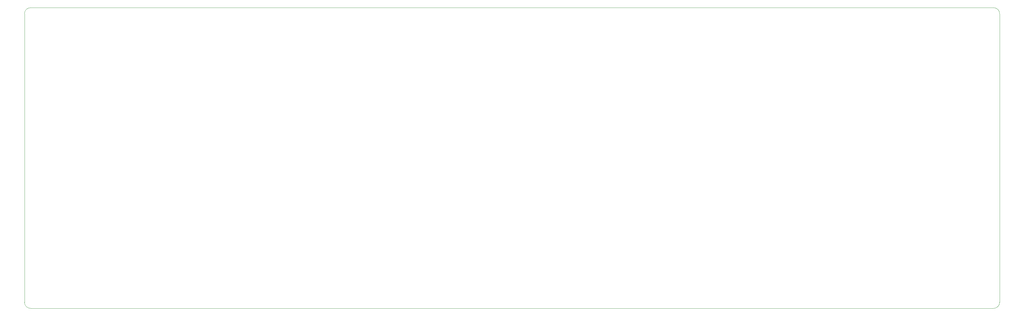
<source format=gm1>
%TF.GenerationSoftware,KiCad,Pcbnew,7.0.8*%
%TF.CreationDate,2023-11-19T13:12:33+01:00*%
%TF.ProjectId,mini-eLiXiVy,6d696e69-2d65-44c6-9958-6956792e6b69,1.2*%
%TF.SameCoordinates,Original*%
%TF.FileFunction,Profile,NP*%
%FSLAX46Y46*%
G04 Gerber Fmt 4.6, Leading zero omitted, Abs format (unit mm)*
G04 Created by KiCad (PCBNEW 7.0.8) date 2023-11-19 13:12:33*
%MOMM*%
%LPD*%
G01*
G04 APERTURE LIST*
%TA.AperFunction,Profile*%
%ADD10C,0.050000*%
%TD*%
G04 APERTURE END LIST*
D10*
X13995350Y-107537250D02*
G75*
G03*
X15900400Y-109442250I1905050J50D01*
G01*
X314299600Y-109442200D02*
G75*
G03*
X316204600Y-107537250I0J1905000D01*
G01*
X316204650Y-17875250D02*
G75*
G03*
X314299600Y-15970250I-1905050J-50D01*
G01*
X314299600Y-15970250D02*
X15900400Y-15970250D01*
X15900400Y-109442250D02*
X314299600Y-109442250D01*
X316204600Y-107537250D02*
X316204600Y-17875250D01*
X15900400Y-15970250D02*
G75*
G03*
X13995400Y-17875250I0J-1905000D01*
G01*
X13995400Y-17875250D02*
X13995400Y-107537250D01*
M02*

</source>
